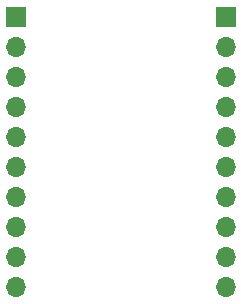
<source format=gbr>
%TF.GenerationSoftware,KiCad,Pcbnew,8.0.5*%
%TF.CreationDate,2024-09-28T17:35:52+02:00*%
%TF.ProjectId,adapterch32v003,61646170-7465-4726-9368-333276303033,rev?*%
%TF.SameCoordinates,Original*%
%TF.FileFunction,Soldermask,Bot*%
%TF.FilePolarity,Negative*%
%FSLAX46Y46*%
G04 Gerber Fmt 4.6, Leading zero omitted, Abs format (unit mm)*
G04 Created by KiCad (PCBNEW 8.0.5) date 2024-09-28 17:35:52*
%MOMM*%
%LPD*%
G01*
G04 APERTURE LIST*
%ADD10R,1.700000X1.700000*%
%ADD11O,1.700000X1.700000*%
G04 APERTURE END LIST*
D10*
%TO.C,J1*%
X17000000Y-16960000D03*
D11*
X17000000Y-19500000D03*
X17000000Y-22040000D03*
X17000000Y-24580000D03*
X17000000Y-27120000D03*
X17000000Y-29660000D03*
X17000000Y-32200000D03*
X17000000Y-34740000D03*
X17000000Y-37280000D03*
X17000000Y-39820000D03*
%TD*%
D10*
%TO.C,J2*%
X34776982Y-16961934D03*
D11*
X34776982Y-19501934D03*
X34776982Y-22041934D03*
X34776982Y-24581934D03*
X34776982Y-27121934D03*
X34776982Y-29661934D03*
X34776982Y-32201934D03*
X34776982Y-34741934D03*
X34776982Y-37281934D03*
X34776982Y-39821934D03*
%TD*%
M02*

</source>
